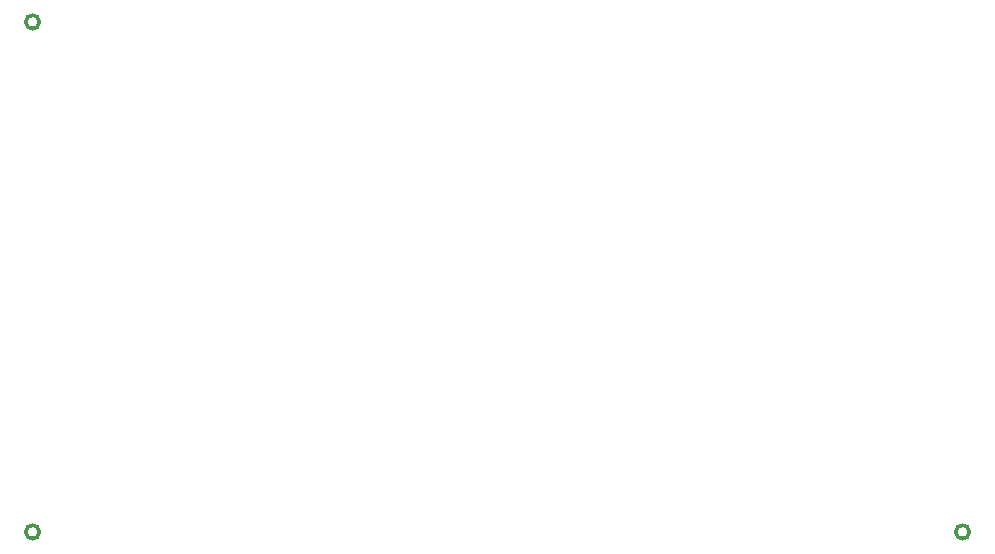
<source format=gbr>
G04 #@! TF.GenerationSoftware,KiCad,Pcbnew,(5.1.10)-1*
G04 #@! TF.CreationDate,2021-12-09T23:22:53+01:00*
G04 #@! TF.ProjectId,UARTtoESP,55415254-746f-4455-9350-2e6b69636164,rev?*
G04 #@! TF.SameCoordinates,Original*
G04 #@! TF.FileFunction,Other,ECO1*
%FSLAX46Y46*%
G04 Gerber Fmt 4.6, Leading zero omitted, Abs format (unit mm)*
G04 Created by KiCad (PCBNEW (5.1.10)-1) date 2021-12-09 23:22:53*
%MOMM*%
%LPD*%
G01*
G04 APERTURE LIST*
%ADD10C,0.350000*%
G04 APERTURE END LIST*
D10*
G04 #@! TO.C,REF\u002A\u002A*
X236795000Y-96520000D02*
G75*
G03*
X236795000Y-96520000I-575000J0D01*
G01*
G04 #@! TD*
G04 #@! TO.C,REF\u002A\u002A*
X158055000Y-96520000D02*
G75*
G03*
X158055000Y-96520000I-575000J0D01*
G01*
G04 #@! TD*
G04 #@! TO.C,REF\u002A\u002A*
X158055000Y-53340000D02*
G75*
G03*
X158055000Y-53340000I-575000J0D01*
G01*
G04 #@! TD*
M02*

</source>
